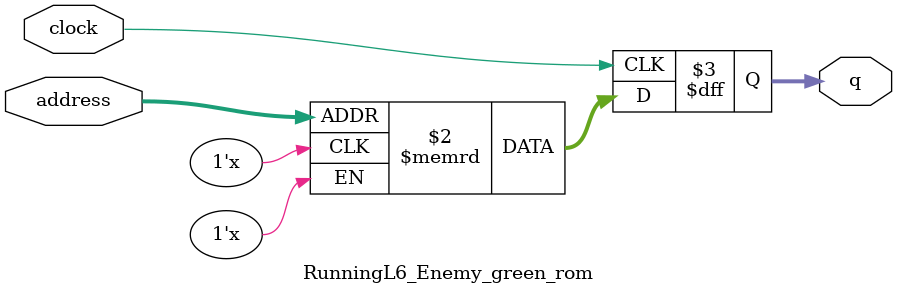
<source format=sv>
module RunningL6_Enemy_green_rom (
	input logic clock,
	input logic [11:0] address,
	output logic [2:0] q
);

logic [2:0] memory [0:2639] /* synthesis ram_init_file = "./RunningL6_Enemy_green/RunningL6_Enemy_green.mif" */;

always_ff @ (posedge clock) begin
	q <= memory[address];
end

endmodule

</source>
